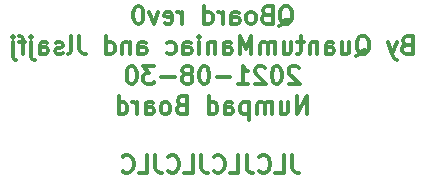
<source format=gbo>
G04 #@! TF.GenerationSoftware,KiCad,Pcbnew,(5.1.5)-3*
G04 #@! TF.CreationDate,2021-09-09T23:23:36-04:00*
G04 #@! TF.ProjectId,numpad_pcb,6e756d70-6164-45f7-9063-622e6b696361,rev?*
G04 #@! TF.SameCoordinates,Original*
G04 #@! TF.FileFunction,Legend,Bot*
G04 #@! TF.FilePolarity,Positive*
%FSLAX46Y46*%
G04 Gerber Fmt 4.6, Leading zero omitted, Abs format (unit mm)*
G04 Created by KiCad (PCBNEW (5.1.5)-3) date 2021-09-09 23:23:36*
%MOMM*%
%LPD*%
G04 APERTURE LIST*
%ADD10C,0.300000*%
%ADD11C,4.502000*%
%ADD12C,1.852000*%
%ADD13R,2.007000X2.007000*%
%ADD14C,2.007000*%
%ADD15C,2.352000*%
%ADD16C,4.089800*%
%ADD17O,1.702000X1.702000*%
%ADD18R,1.702000X1.702000*%
%ADD19O,1.502000X1.502000*%
%ADD20C,1.502000*%
%ADD21C,3.150000*%
%ADD22O,1.802000X1.802000*%
%ADD23R,1.802000X1.802000*%
%ADD24C,1.902000*%
%ADD25R,1.902000X1.902000*%
G04 APERTURE END LIST*
D10*
X125928571Y-83578571D02*
X125928571Y-84650000D01*
X126000000Y-84864285D01*
X126142857Y-85007142D01*
X126357142Y-85078571D01*
X126500000Y-85078571D01*
X124500000Y-85078571D02*
X125214285Y-85078571D01*
X125214285Y-83578571D01*
X123142857Y-84935714D02*
X123214285Y-85007142D01*
X123428571Y-85078571D01*
X123571428Y-85078571D01*
X123785714Y-85007142D01*
X123928571Y-84864285D01*
X124000000Y-84721428D01*
X124071428Y-84435714D01*
X124071428Y-84221428D01*
X124000000Y-83935714D01*
X123928571Y-83792857D01*
X123785714Y-83650000D01*
X123571428Y-83578571D01*
X123428571Y-83578571D01*
X123214285Y-83650000D01*
X123142857Y-83721428D01*
X122071428Y-83578571D02*
X122071428Y-84650000D01*
X122142857Y-84864285D01*
X122285714Y-85007142D01*
X122500000Y-85078571D01*
X122642857Y-85078571D01*
X120642857Y-85078571D02*
X121357142Y-85078571D01*
X121357142Y-83578571D01*
X119285714Y-84935714D02*
X119357142Y-85007142D01*
X119571428Y-85078571D01*
X119714285Y-85078571D01*
X119928571Y-85007142D01*
X120071428Y-84864285D01*
X120142857Y-84721428D01*
X120214285Y-84435714D01*
X120214285Y-84221428D01*
X120142857Y-83935714D01*
X120071428Y-83792857D01*
X119928571Y-83650000D01*
X119714285Y-83578571D01*
X119571428Y-83578571D01*
X119357142Y-83650000D01*
X119285714Y-83721428D01*
X118214285Y-83578571D02*
X118214285Y-84650000D01*
X118285714Y-84864285D01*
X118428571Y-85007142D01*
X118642857Y-85078571D01*
X118785714Y-85078571D01*
X116785714Y-85078571D02*
X117500000Y-85078571D01*
X117500000Y-83578571D01*
X115428571Y-84935714D02*
X115500000Y-85007142D01*
X115714285Y-85078571D01*
X115857142Y-85078571D01*
X116071428Y-85007142D01*
X116214285Y-84864285D01*
X116285714Y-84721428D01*
X116357142Y-84435714D01*
X116357142Y-84221428D01*
X116285714Y-83935714D01*
X116214285Y-83792857D01*
X116071428Y-83650000D01*
X115857142Y-83578571D01*
X115714285Y-83578571D01*
X115500000Y-83650000D01*
X115428571Y-83721428D01*
X114357142Y-83578571D02*
X114357142Y-84650000D01*
X114428571Y-84864285D01*
X114571428Y-85007142D01*
X114785714Y-85078571D01*
X114928571Y-85078571D01*
X112928571Y-85078571D02*
X113642857Y-85078571D01*
X113642857Y-83578571D01*
X111571428Y-84935714D02*
X111642857Y-85007142D01*
X111857142Y-85078571D01*
X112000000Y-85078571D01*
X112214285Y-85007142D01*
X112357142Y-84864285D01*
X112428571Y-84721428D01*
X112500000Y-84435714D01*
X112500000Y-84221428D01*
X112428571Y-83935714D01*
X112357142Y-83792857D01*
X112214285Y-83650000D01*
X112000000Y-83578571D01*
X111857142Y-83578571D01*
X111642857Y-83650000D01*
X111571428Y-83721428D01*
X124842857Y-72596428D02*
X124985714Y-72525000D01*
X125128571Y-72382142D01*
X125342857Y-72167857D01*
X125485714Y-72096428D01*
X125628571Y-72096428D01*
X125557142Y-72453571D02*
X125700000Y-72382142D01*
X125842857Y-72239285D01*
X125914285Y-71953571D01*
X125914285Y-71453571D01*
X125842857Y-71167857D01*
X125700000Y-71025000D01*
X125557142Y-70953571D01*
X125271428Y-70953571D01*
X125128571Y-71025000D01*
X124985714Y-71167857D01*
X124914285Y-71453571D01*
X124914285Y-71953571D01*
X124985714Y-72239285D01*
X125128571Y-72382142D01*
X125271428Y-72453571D01*
X125557142Y-72453571D01*
X123771428Y-71667857D02*
X123557142Y-71739285D01*
X123485714Y-71810714D01*
X123414285Y-71953571D01*
X123414285Y-72167857D01*
X123485714Y-72310714D01*
X123557142Y-72382142D01*
X123700000Y-72453571D01*
X124271428Y-72453571D01*
X124271428Y-70953571D01*
X123771428Y-70953571D01*
X123628571Y-71025000D01*
X123557142Y-71096428D01*
X123485714Y-71239285D01*
X123485714Y-71382142D01*
X123557142Y-71525000D01*
X123628571Y-71596428D01*
X123771428Y-71667857D01*
X124271428Y-71667857D01*
X122557142Y-72453571D02*
X122700000Y-72382142D01*
X122771428Y-72310714D01*
X122842857Y-72167857D01*
X122842857Y-71739285D01*
X122771428Y-71596428D01*
X122700000Y-71525000D01*
X122557142Y-71453571D01*
X122342857Y-71453571D01*
X122200000Y-71525000D01*
X122128571Y-71596428D01*
X122057142Y-71739285D01*
X122057142Y-72167857D01*
X122128571Y-72310714D01*
X122200000Y-72382142D01*
X122342857Y-72453571D01*
X122557142Y-72453571D01*
X120771428Y-72453571D02*
X120771428Y-71667857D01*
X120842857Y-71525000D01*
X120985714Y-71453571D01*
X121271428Y-71453571D01*
X121414285Y-71525000D01*
X120771428Y-72382142D02*
X120914285Y-72453571D01*
X121271428Y-72453571D01*
X121414285Y-72382142D01*
X121485714Y-72239285D01*
X121485714Y-72096428D01*
X121414285Y-71953571D01*
X121271428Y-71882142D01*
X120914285Y-71882142D01*
X120771428Y-71810714D01*
X120057142Y-72453571D02*
X120057142Y-71453571D01*
X120057142Y-71739285D02*
X119985714Y-71596428D01*
X119914285Y-71525000D01*
X119771428Y-71453571D01*
X119628571Y-71453571D01*
X118485714Y-72453571D02*
X118485714Y-70953571D01*
X118485714Y-72382142D02*
X118628571Y-72453571D01*
X118914285Y-72453571D01*
X119057142Y-72382142D01*
X119128571Y-72310714D01*
X119200000Y-72167857D01*
X119200000Y-71739285D01*
X119128571Y-71596428D01*
X119057142Y-71525000D01*
X118914285Y-71453571D01*
X118628571Y-71453571D01*
X118485714Y-71525000D01*
X116628571Y-72453571D02*
X116628571Y-71453571D01*
X116628571Y-71739285D02*
X116557142Y-71596428D01*
X116485714Y-71525000D01*
X116342857Y-71453571D01*
X116200000Y-71453571D01*
X115128571Y-72382142D02*
X115271428Y-72453571D01*
X115557142Y-72453571D01*
X115700000Y-72382142D01*
X115771428Y-72239285D01*
X115771428Y-71667857D01*
X115700000Y-71525000D01*
X115557142Y-71453571D01*
X115271428Y-71453571D01*
X115128571Y-71525000D01*
X115057142Y-71667857D01*
X115057142Y-71810714D01*
X115771428Y-71953571D01*
X114557142Y-71453571D02*
X114200000Y-72453571D01*
X113842857Y-71453571D01*
X112985714Y-70953571D02*
X112842857Y-70953571D01*
X112700000Y-71025000D01*
X112628571Y-71096428D01*
X112557142Y-71239285D01*
X112485714Y-71525000D01*
X112485714Y-71882142D01*
X112557142Y-72167857D01*
X112628571Y-72310714D01*
X112700000Y-72382142D01*
X112842857Y-72453571D01*
X112985714Y-72453571D01*
X113128571Y-72382142D01*
X113200000Y-72310714D01*
X113271428Y-72167857D01*
X113342857Y-71882142D01*
X113342857Y-71525000D01*
X113271428Y-71239285D01*
X113200000Y-71096428D01*
X113128571Y-71025000D01*
X112985714Y-70953571D01*
X135628571Y-74217857D02*
X135414285Y-74289285D01*
X135342857Y-74360714D01*
X135271428Y-74503571D01*
X135271428Y-74717857D01*
X135342857Y-74860714D01*
X135414285Y-74932142D01*
X135557142Y-75003571D01*
X136128571Y-75003571D01*
X136128571Y-73503571D01*
X135628571Y-73503571D01*
X135485714Y-73575000D01*
X135414285Y-73646428D01*
X135342857Y-73789285D01*
X135342857Y-73932142D01*
X135414285Y-74075000D01*
X135485714Y-74146428D01*
X135628571Y-74217857D01*
X136128571Y-74217857D01*
X134771428Y-74003571D02*
X134414285Y-75003571D01*
X134057142Y-74003571D02*
X134414285Y-75003571D01*
X134557142Y-75360714D01*
X134628571Y-75432142D01*
X134771428Y-75503571D01*
X131342857Y-75146428D02*
X131485714Y-75075000D01*
X131628571Y-74932142D01*
X131842857Y-74717857D01*
X131985714Y-74646428D01*
X132128571Y-74646428D01*
X132057142Y-75003571D02*
X132200000Y-74932142D01*
X132342857Y-74789285D01*
X132414285Y-74503571D01*
X132414285Y-74003571D01*
X132342857Y-73717857D01*
X132200000Y-73575000D01*
X132057142Y-73503571D01*
X131771428Y-73503571D01*
X131628571Y-73575000D01*
X131485714Y-73717857D01*
X131414285Y-74003571D01*
X131414285Y-74503571D01*
X131485714Y-74789285D01*
X131628571Y-74932142D01*
X131771428Y-75003571D01*
X132057142Y-75003571D01*
X130128571Y-74003571D02*
X130128571Y-75003571D01*
X130771428Y-74003571D02*
X130771428Y-74789285D01*
X130700000Y-74932142D01*
X130557142Y-75003571D01*
X130342857Y-75003571D01*
X130200000Y-74932142D01*
X130128571Y-74860714D01*
X128771428Y-75003571D02*
X128771428Y-74217857D01*
X128842857Y-74075000D01*
X128985714Y-74003571D01*
X129271428Y-74003571D01*
X129414285Y-74075000D01*
X128771428Y-74932142D02*
X128914285Y-75003571D01*
X129271428Y-75003571D01*
X129414285Y-74932142D01*
X129485714Y-74789285D01*
X129485714Y-74646428D01*
X129414285Y-74503571D01*
X129271428Y-74432142D01*
X128914285Y-74432142D01*
X128771428Y-74360714D01*
X128057142Y-74003571D02*
X128057142Y-75003571D01*
X128057142Y-74146428D02*
X127985714Y-74075000D01*
X127842857Y-74003571D01*
X127628571Y-74003571D01*
X127485714Y-74075000D01*
X127414285Y-74217857D01*
X127414285Y-75003571D01*
X126914285Y-74003571D02*
X126342857Y-74003571D01*
X126700000Y-73503571D02*
X126700000Y-74789285D01*
X126628571Y-74932142D01*
X126485714Y-75003571D01*
X126342857Y-75003571D01*
X125200000Y-74003571D02*
X125200000Y-75003571D01*
X125842857Y-74003571D02*
X125842857Y-74789285D01*
X125771428Y-74932142D01*
X125628571Y-75003571D01*
X125414285Y-75003571D01*
X125271428Y-74932142D01*
X125200000Y-74860714D01*
X124485714Y-75003571D02*
X124485714Y-74003571D01*
X124485714Y-74146428D02*
X124414285Y-74075000D01*
X124271428Y-74003571D01*
X124057142Y-74003571D01*
X123914285Y-74075000D01*
X123842857Y-74217857D01*
X123842857Y-75003571D01*
X123842857Y-74217857D02*
X123771428Y-74075000D01*
X123628571Y-74003571D01*
X123414285Y-74003571D01*
X123271428Y-74075000D01*
X123200000Y-74217857D01*
X123200000Y-75003571D01*
X122485714Y-75003571D02*
X122485714Y-73503571D01*
X121985714Y-74575000D01*
X121485714Y-73503571D01*
X121485714Y-75003571D01*
X120128571Y-75003571D02*
X120128571Y-74217857D01*
X120200000Y-74075000D01*
X120342857Y-74003571D01*
X120628571Y-74003571D01*
X120771428Y-74075000D01*
X120128571Y-74932142D02*
X120271428Y-75003571D01*
X120628571Y-75003571D01*
X120771428Y-74932142D01*
X120842857Y-74789285D01*
X120842857Y-74646428D01*
X120771428Y-74503571D01*
X120628571Y-74432142D01*
X120271428Y-74432142D01*
X120128571Y-74360714D01*
X119414285Y-74003571D02*
X119414285Y-75003571D01*
X119414285Y-74146428D02*
X119342857Y-74075000D01*
X119200000Y-74003571D01*
X118985714Y-74003571D01*
X118842857Y-74075000D01*
X118771428Y-74217857D01*
X118771428Y-75003571D01*
X118057142Y-75003571D02*
X118057142Y-74003571D01*
X118057142Y-73503571D02*
X118128571Y-73575000D01*
X118057142Y-73646428D01*
X117985714Y-73575000D01*
X118057142Y-73503571D01*
X118057142Y-73646428D01*
X116700000Y-75003571D02*
X116700000Y-74217857D01*
X116771428Y-74075000D01*
X116914285Y-74003571D01*
X117200000Y-74003571D01*
X117342857Y-74075000D01*
X116700000Y-74932142D02*
X116842857Y-75003571D01*
X117200000Y-75003571D01*
X117342857Y-74932142D01*
X117414285Y-74789285D01*
X117414285Y-74646428D01*
X117342857Y-74503571D01*
X117200000Y-74432142D01*
X116842857Y-74432142D01*
X116700000Y-74360714D01*
X115342857Y-74932142D02*
X115485714Y-75003571D01*
X115771428Y-75003571D01*
X115914285Y-74932142D01*
X115985714Y-74860714D01*
X116057142Y-74717857D01*
X116057142Y-74289285D01*
X115985714Y-74146428D01*
X115914285Y-74075000D01*
X115771428Y-74003571D01*
X115485714Y-74003571D01*
X115342857Y-74075000D01*
X112914285Y-75003571D02*
X112914285Y-74217857D01*
X112985714Y-74075000D01*
X113128571Y-74003571D01*
X113414285Y-74003571D01*
X113557142Y-74075000D01*
X112914285Y-74932142D02*
X113057142Y-75003571D01*
X113414285Y-75003571D01*
X113557142Y-74932142D01*
X113628571Y-74789285D01*
X113628571Y-74646428D01*
X113557142Y-74503571D01*
X113414285Y-74432142D01*
X113057142Y-74432142D01*
X112914285Y-74360714D01*
X112200000Y-74003571D02*
X112200000Y-75003571D01*
X112200000Y-74146428D02*
X112128571Y-74075000D01*
X111985714Y-74003571D01*
X111771428Y-74003571D01*
X111628571Y-74075000D01*
X111557142Y-74217857D01*
X111557142Y-75003571D01*
X110200000Y-75003571D02*
X110200000Y-73503571D01*
X110200000Y-74932142D02*
X110342857Y-75003571D01*
X110628571Y-75003571D01*
X110771428Y-74932142D01*
X110842857Y-74860714D01*
X110914285Y-74717857D01*
X110914285Y-74289285D01*
X110842857Y-74146428D01*
X110771428Y-74075000D01*
X110628571Y-74003571D01*
X110342857Y-74003571D01*
X110200000Y-74075000D01*
X107914285Y-73503571D02*
X107914285Y-74575000D01*
X107985714Y-74789285D01*
X108128571Y-74932142D01*
X108342857Y-75003571D01*
X108485714Y-75003571D01*
X106985714Y-75003571D02*
X107128571Y-74932142D01*
X107200000Y-74789285D01*
X107200000Y-73503571D01*
X106485714Y-74932142D02*
X106342857Y-75003571D01*
X106057142Y-75003571D01*
X105914285Y-74932142D01*
X105842857Y-74789285D01*
X105842857Y-74717857D01*
X105914285Y-74575000D01*
X106057142Y-74503571D01*
X106271428Y-74503571D01*
X106414285Y-74432142D01*
X106485714Y-74289285D01*
X106485714Y-74217857D01*
X106414285Y-74075000D01*
X106271428Y-74003571D01*
X106057142Y-74003571D01*
X105914285Y-74075000D01*
X104557142Y-75003571D02*
X104557142Y-74217857D01*
X104628571Y-74075000D01*
X104771428Y-74003571D01*
X105057142Y-74003571D01*
X105200000Y-74075000D01*
X104557142Y-74932142D02*
X104700000Y-75003571D01*
X105057142Y-75003571D01*
X105200000Y-74932142D01*
X105271428Y-74789285D01*
X105271428Y-74646428D01*
X105200000Y-74503571D01*
X105057142Y-74432142D01*
X104700000Y-74432142D01*
X104557142Y-74360714D01*
X103842857Y-74003571D02*
X103842857Y-75289285D01*
X103914285Y-75432142D01*
X104057142Y-75503571D01*
X104128571Y-75503571D01*
X103842857Y-73503571D02*
X103914285Y-73575000D01*
X103842857Y-73646428D01*
X103771428Y-73575000D01*
X103842857Y-73503571D01*
X103842857Y-73646428D01*
X103342857Y-74003571D02*
X102771428Y-74003571D01*
X103128571Y-75003571D02*
X103128571Y-73717857D01*
X103057142Y-73575000D01*
X102914285Y-73503571D01*
X102771428Y-73503571D01*
X102271428Y-74003571D02*
X102271428Y-75289285D01*
X102342857Y-75432142D01*
X102485714Y-75503571D01*
X102557142Y-75503571D01*
X102271428Y-73503571D02*
X102342857Y-73575000D01*
X102271428Y-73646428D01*
X102200000Y-73575000D01*
X102271428Y-73503571D01*
X102271428Y-73646428D01*
X126485714Y-76196428D02*
X126414285Y-76125000D01*
X126271428Y-76053571D01*
X125914285Y-76053571D01*
X125771428Y-76125000D01*
X125700000Y-76196428D01*
X125628571Y-76339285D01*
X125628571Y-76482142D01*
X125700000Y-76696428D01*
X126557142Y-77553571D01*
X125628571Y-77553571D01*
X124700000Y-76053571D02*
X124557142Y-76053571D01*
X124414285Y-76125000D01*
X124342857Y-76196428D01*
X124271428Y-76339285D01*
X124200000Y-76625000D01*
X124200000Y-76982142D01*
X124271428Y-77267857D01*
X124342857Y-77410714D01*
X124414285Y-77482142D01*
X124557142Y-77553571D01*
X124700000Y-77553571D01*
X124842857Y-77482142D01*
X124914285Y-77410714D01*
X124985714Y-77267857D01*
X125057142Y-76982142D01*
X125057142Y-76625000D01*
X124985714Y-76339285D01*
X124914285Y-76196428D01*
X124842857Y-76125000D01*
X124700000Y-76053571D01*
X123628571Y-76196428D02*
X123557142Y-76125000D01*
X123414285Y-76053571D01*
X123057142Y-76053571D01*
X122914285Y-76125000D01*
X122842857Y-76196428D01*
X122771428Y-76339285D01*
X122771428Y-76482142D01*
X122842857Y-76696428D01*
X123700000Y-77553571D01*
X122771428Y-77553571D01*
X121342857Y-77553571D02*
X122200000Y-77553571D01*
X121771428Y-77553571D02*
X121771428Y-76053571D01*
X121914285Y-76267857D01*
X122057142Y-76410714D01*
X122200000Y-76482142D01*
X120700000Y-76982142D02*
X119557142Y-76982142D01*
X118557142Y-76053571D02*
X118414285Y-76053571D01*
X118271428Y-76125000D01*
X118200000Y-76196428D01*
X118128571Y-76339285D01*
X118057142Y-76625000D01*
X118057142Y-76982142D01*
X118128571Y-77267857D01*
X118200000Y-77410714D01*
X118271428Y-77482142D01*
X118414285Y-77553571D01*
X118557142Y-77553571D01*
X118700000Y-77482142D01*
X118771428Y-77410714D01*
X118842857Y-77267857D01*
X118914285Y-76982142D01*
X118914285Y-76625000D01*
X118842857Y-76339285D01*
X118771428Y-76196428D01*
X118700000Y-76125000D01*
X118557142Y-76053571D01*
X117200000Y-76696428D02*
X117342857Y-76625000D01*
X117414285Y-76553571D01*
X117485714Y-76410714D01*
X117485714Y-76339285D01*
X117414285Y-76196428D01*
X117342857Y-76125000D01*
X117200000Y-76053571D01*
X116914285Y-76053571D01*
X116771428Y-76125000D01*
X116700000Y-76196428D01*
X116628571Y-76339285D01*
X116628571Y-76410714D01*
X116700000Y-76553571D01*
X116771428Y-76625000D01*
X116914285Y-76696428D01*
X117200000Y-76696428D01*
X117342857Y-76767857D01*
X117414285Y-76839285D01*
X117485714Y-76982142D01*
X117485714Y-77267857D01*
X117414285Y-77410714D01*
X117342857Y-77482142D01*
X117200000Y-77553571D01*
X116914285Y-77553571D01*
X116771428Y-77482142D01*
X116700000Y-77410714D01*
X116628571Y-77267857D01*
X116628571Y-76982142D01*
X116700000Y-76839285D01*
X116771428Y-76767857D01*
X116914285Y-76696428D01*
X115985714Y-76982142D02*
X114842857Y-76982142D01*
X114271428Y-76053571D02*
X113342857Y-76053571D01*
X113842857Y-76625000D01*
X113628571Y-76625000D01*
X113485714Y-76696428D01*
X113414285Y-76767857D01*
X113342857Y-76910714D01*
X113342857Y-77267857D01*
X113414285Y-77410714D01*
X113485714Y-77482142D01*
X113628571Y-77553571D01*
X114057142Y-77553571D01*
X114200000Y-77482142D01*
X114271428Y-77410714D01*
X112414285Y-76053571D02*
X112271428Y-76053571D01*
X112128571Y-76125000D01*
X112057142Y-76196428D01*
X111985714Y-76339285D01*
X111914285Y-76625000D01*
X111914285Y-76982142D01*
X111985714Y-77267857D01*
X112057142Y-77410714D01*
X112128571Y-77482142D01*
X112271428Y-77553571D01*
X112414285Y-77553571D01*
X112557142Y-77482142D01*
X112628571Y-77410714D01*
X112700000Y-77267857D01*
X112771428Y-76982142D01*
X112771428Y-76625000D01*
X112700000Y-76339285D01*
X112628571Y-76196428D01*
X112557142Y-76125000D01*
X112414285Y-76053571D01*
X127164285Y-80103571D02*
X127164285Y-78603571D01*
X126307142Y-80103571D01*
X126307142Y-78603571D01*
X124950000Y-79103571D02*
X124950000Y-80103571D01*
X125592857Y-79103571D02*
X125592857Y-79889285D01*
X125521428Y-80032142D01*
X125378571Y-80103571D01*
X125164285Y-80103571D01*
X125021428Y-80032142D01*
X124950000Y-79960714D01*
X124235714Y-80103571D02*
X124235714Y-79103571D01*
X124235714Y-79246428D02*
X124164285Y-79175000D01*
X124021428Y-79103571D01*
X123807142Y-79103571D01*
X123664285Y-79175000D01*
X123592857Y-79317857D01*
X123592857Y-80103571D01*
X123592857Y-79317857D02*
X123521428Y-79175000D01*
X123378571Y-79103571D01*
X123164285Y-79103571D01*
X123021428Y-79175000D01*
X122950000Y-79317857D01*
X122950000Y-80103571D01*
X122235714Y-79103571D02*
X122235714Y-80603571D01*
X122235714Y-79175000D02*
X122092857Y-79103571D01*
X121807142Y-79103571D01*
X121664285Y-79175000D01*
X121592857Y-79246428D01*
X121521428Y-79389285D01*
X121521428Y-79817857D01*
X121592857Y-79960714D01*
X121664285Y-80032142D01*
X121807142Y-80103571D01*
X122092857Y-80103571D01*
X122235714Y-80032142D01*
X120235714Y-80103571D02*
X120235714Y-79317857D01*
X120307142Y-79175000D01*
X120450000Y-79103571D01*
X120735714Y-79103571D01*
X120878571Y-79175000D01*
X120235714Y-80032142D02*
X120378571Y-80103571D01*
X120735714Y-80103571D01*
X120878571Y-80032142D01*
X120950000Y-79889285D01*
X120950000Y-79746428D01*
X120878571Y-79603571D01*
X120735714Y-79532142D01*
X120378571Y-79532142D01*
X120235714Y-79460714D01*
X118878571Y-80103571D02*
X118878571Y-78603571D01*
X118878571Y-80032142D02*
X119021428Y-80103571D01*
X119307142Y-80103571D01*
X119450000Y-80032142D01*
X119521428Y-79960714D01*
X119592857Y-79817857D01*
X119592857Y-79389285D01*
X119521428Y-79246428D01*
X119450000Y-79175000D01*
X119307142Y-79103571D01*
X119021428Y-79103571D01*
X118878571Y-79175000D01*
X116521428Y-79317857D02*
X116307142Y-79389285D01*
X116235714Y-79460714D01*
X116164285Y-79603571D01*
X116164285Y-79817857D01*
X116235714Y-79960714D01*
X116307142Y-80032142D01*
X116450000Y-80103571D01*
X117021428Y-80103571D01*
X117021428Y-78603571D01*
X116521428Y-78603571D01*
X116378571Y-78675000D01*
X116307142Y-78746428D01*
X116235714Y-78889285D01*
X116235714Y-79032142D01*
X116307142Y-79175000D01*
X116378571Y-79246428D01*
X116521428Y-79317857D01*
X117021428Y-79317857D01*
X115307142Y-80103571D02*
X115450000Y-80032142D01*
X115521428Y-79960714D01*
X115592857Y-79817857D01*
X115592857Y-79389285D01*
X115521428Y-79246428D01*
X115450000Y-79175000D01*
X115307142Y-79103571D01*
X115092857Y-79103571D01*
X114950000Y-79175000D01*
X114878571Y-79246428D01*
X114807142Y-79389285D01*
X114807142Y-79817857D01*
X114878571Y-79960714D01*
X114950000Y-80032142D01*
X115092857Y-80103571D01*
X115307142Y-80103571D01*
X113521428Y-80103571D02*
X113521428Y-79317857D01*
X113592857Y-79175000D01*
X113735714Y-79103571D01*
X114021428Y-79103571D01*
X114164285Y-79175000D01*
X113521428Y-80032142D02*
X113664285Y-80103571D01*
X114021428Y-80103571D01*
X114164285Y-80032142D01*
X114235714Y-79889285D01*
X114235714Y-79746428D01*
X114164285Y-79603571D01*
X114021428Y-79532142D01*
X113664285Y-79532142D01*
X113521428Y-79460714D01*
X112807142Y-80103571D02*
X112807142Y-79103571D01*
X112807142Y-79389285D02*
X112735714Y-79246428D01*
X112664285Y-79175000D01*
X112521428Y-79103571D01*
X112378571Y-79103571D01*
X111235714Y-80103571D02*
X111235714Y-78603571D01*
X111235714Y-80032142D02*
X111378571Y-80103571D01*
X111664285Y-80103571D01*
X111807142Y-80032142D01*
X111878571Y-79960714D01*
X111950000Y-79817857D01*
X111950000Y-79389285D01*
X111878571Y-79246428D01*
X111807142Y-79175000D01*
X111664285Y-79103571D01*
X111378571Y-79103571D01*
X111235714Y-79175000D01*
%LPC*%
D11*
X140550000Y-86975000D03*
D12*
X102030000Y-100500000D03*
X91870000Y-100500000D03*
D13*
X98220000Y-105580000D03*
D14*
X95680000Y-105580000D03*
D15*
X93140000Y-97960000D03*
D16*
X96950000Y-100500000D03*
D15*
X99490000Y-95420000D03*
D17*
X131700000Y-70420000D03*
D18*
X131700000Y-62800000D03*
D17*
X126700000Y-66420000D03*
D18*
X126700000Y-58800000D03*
D17*
X124200000Y-64420000D03*
D18*
X124200000Y-56800000D03*
D17*
X134200000Y-62420000D03*
D18*
X134200000Y-54800000D03*
D17*
X109200000Y-70420000D03*
D18*
X109200000Y-62800000D03*
D17*
X129200000Y-68420000D03*
D18*
X129200000Y-60800000D03*
D17*
X104200000Y-66420000D03*
D18*
X104200000Y-58800000D03*
D17*
X114200000Y-64420000D03*
D18*
X114200000Y-56800000D03*
D17*
X99200000Y-62420000D03*
D18*
X99200000Y-54800000D03*
D17*
X106700000Y-68420000D03*
D18*
X106700000Y-60800000D03*
D17*
X139200000Y-66420000D03*
D18*
X139200000Y-58800000D03*
D17*
X121700000Y-62420000D03*
D18*
X121700000Y-54800000D03*
D17*
X101700000Y-64420000D03*
D18*
X101700000Y-56800000D03*
D17*
X111700000Y-62420000D03*
D18*
X111700000Y-54800000D03*
D17*
X136700000Y-64420000D03*
D18*
X136700000Y-56800000D03*
D17*
X116700000Y-66420000D03*
D18*
X116700000Y-58800000D03*
D17*
X119200000Y-68420000D03*
D18*
X119200000Y-60800000D03*
D19*
X78200000Y-37580000D03*
D20*
X78200000Y-45200000D03*
D11*
X67525000Y-30000000D03*
X68400000Y-129100000D03*
X87500000Y-167100000D03*
X135000000Y-148100000D03*
X67525000Y-86975000D03*
X140550000Y-30000000D03*
D19*
X131700000Y-37800000D03*
D20*
X131700000Y-45420000D03*
D19*
X109200000Y-37800000D03*
D20*
X109200000Y-45420000D03*
D19*
X139200000Y-37800000D03*
D20*
X139200000Y-45420000D03*
D19*
X129200000Y-35800000D03*
D20*
X129200000Y-43420000D03*
D19*
X119200000Y-39800000D03*
D20*
X119200000Y-47420000D03*
D19*
X106700000Y-35800000D03*
D20*
X106700000Y-43420000D03*
D19*
X126700000Y-39800000D03*
D20*
X126700000Y-47420000D03*
D19*
X116700000Y-37800000D03*
D20*
X116700000Y-45420000D03*
D19*
X99200000Y-35800000D03*
D20*
X99200000Y-43420000D03*
D19*
X104200000Y-39800000D03*
D20*
X104200000Y-47420000D03*
D19*
X136700000Y-35800000D03*
D20*
X136700000Y-43420000D03*
D19*
X124200000Y-37800000D03*
D20*
X124200000Y-45420000D03*
D19*
X114200000Y-35800000D03*
D20*
X114200000Y-43420000D03*
D19*
X101700000Y-37800000D03*
D20*
X101700000Y-45420000D03*
D19*
X134200000Y-39800000D03*
D20*
X134200000Y-47420000D03*
D19*
X121700000Y-35800000D03*
D20*
X121700000Y-43420000D03*
D19*
X111700000Y-39800000D03*
D20*
X111700000Y-47420000D03*
D19*
X78200000Y-60570000D03*
D20*
X78200000Y-52950000D03*
D12*
X121030000Y-176750000D03*
X110870000Y-176750000D03*
D13*
X117220000Y-181830000D03*
D14*
X114680000Y-181830000D03*
D15*
X112140000Y-174210000D03*
D16*
X115950000Y-176750000D03*
D15*
X118490000Y-171670000D03*
D16*
X99338000Y-168495000D03*
X75462000Y-168495000D03*
D21*
X99338000Y-183735000D03*
X75462000Y-183735000D03*
D12*
X92480000Y-176750000D03*
X82320000Y-176750000D03*
D13*
X86130000Y-181830000D03*
D14*
X88670000Y-181830000D03*
D15*
X83590000Y-174210000D03*
D16*
X87400000Y-176750000D03*
D15*
X89940000Y-171670000D03*
D14*
X133780000Y-172280000D03*
D13*
X136320000Y-172280000D03*
D15*
X131240000Y-164660000D03*
D16*
X135050000Y-167200000D03*
D12*
X140130000Y-167200000D03*
D16*
X126795000Y-155262000D03*
D15*
X137590000Y-162120000D03*
D21*
X142035000Y-155262000D03*
D16*
X126795000Y-179138000D03*
D12*
X129970000Y-167200000D03*
D21*
X142035000Y-179138000D03*
D12*
X121080000Y-157700000D03*
X110920000Y-157700000D03*
D13*
X117270000Y-162780000D03*
D14*
X114730000Y-162780000D03*
D15*
X112190000Y-155160000D03*
D16*
X116000000Y-157700000D03*
D15*
X118540000Y-152620000D03*
D12*
X102030000Y-157700000D03*
X91870000Y-157700000D03*
D13*
X98220000Y-162780000D03*
D14*
X95680000Y-162780000D03*
D15*
X93140000Y-155160000D03*
D16*
X96950000Y-157700000D03*
D15*
X99490000Y-152620000D03*
D12*
X82980000Y-157700000D03*
X72820000Y-157700000D03*
D13*
X79170000Y-162780000D03*
D14*
X76630000Y-162780000D03*
D15*
X74090000Y-155160000D03*
D16*
X77900000Y-157700000D03*
D15*
X80440000Y-152620000D03*
D12*
X121080000Y-138600000D03*
X110920000Y-138600000D03*
D13*
X117270000Y-143680000D03*
D14*
X114730000Y-143680000D03*
D15*
X112190000Y-136060000D03*
D16*
X116000000Y-138600000D03*
D15*
X118540000Y-133520000D03*
D12*
X102030000Y-138600000D03*
X91870000Y-138600000D03*
D13*
X98220000Y-143680000D03*
D14*
X95680000Y-143680000D03*
D15*
X93140000Y-136060000D03*
D16*
X96950000Y-138600000D03*
D15*
X99490000Y-133520000D03*
D12*
X82980000Y-138600000D03*
X72820000Y-138600000D03*
D13*
X79170000Y-143680000D03*
D14*
X76630000Y-143680000D03*
D15*
X74090000Y-136060000D03*
D16*
X77900000Y-138600000D03*
D15*
X80440000Y-133520000D03*
D14*
X133780000Y-134180000D03*
D13*
X136320000Y-134180000D03*
D15*
X131240000Y-126560000D03*
D16*
X135050000Y-129100000D03*
D12*
X140130000Y-129100000D03*
D16*
X126795000Y-117162000D03*
D15*
X137590000Y-124020000D03*
D21*
X142035000Y-117162000D03*
D16*
X126795000Y-141038000D03*
D12*
X129970000Y-129100000D03*
D21*
X142035000Y-141038000D03*
D12*
X121080000Y-119550000D03*
X110920000Y-119550000D03*
D13*
X117270000Y-124630000D03*
D14*
X114730000Y-124630000D03*
D15*
X112190000Y-117010000D03*
D16*
X116000000Y-119550000D03*
D15*
X118540000Y-114470000D03*
D12*
X102030000Y-119550000D03*
X91870000Y-119550000D03*
D13*
X98220000Y-124630000D03*
D14*
X95680000Y-124630000D03*
D15*
X93140000Y-117010000D03*
D16*
X96950000Y-119550000D03*
D15*
X99490000Y-114470000D03*
D12*
X82980000Y-119550000D03*
X72820000Y-119550000D03*
D13*
X79170000Y-124630000D03*
D14*
X76630000Y-124630000D03*
D15*
X74090000Y-117010000D03*
D16*
X77900000Y-119550000D03*
D15*
X80440000Y-114470000D03*
D12*
X140130000Y-100500000D03*
X129970000Y-100500000D03*
D13*
X136320000Y-105580000D03*
D14*
X133780000Y-105580000D03*
D15*
X131240000Y-97960000D03*
D16*
X135050000Y-100500000D03*
D15*
X137590000Y-95420000D03*
D12*
X121080000Y-100500000D03*
X110920000Y-100500000D03*
D13*
X117270000Y-105580000D03*
D14*
X114730000Y-105580000D03*
D15*
X112190000Y-97960000D03*
D16*
X116000000Y-100500000D03*
D15*
X118540000Y-95420000D03*
D12*
X82960000Y-100500000D03*
X72800000Y-100500000D03*
D13*
X79150000Y-105580000D03*
D14*
X76610000Y-105580000D03*
D15*
X74070000Y-97960000D03*
D16*
X77880000Y-100500000D03*
D15*
X80420000Y-95420000D03*
D22*
X67360000Y-57880000D03*
X69900000Y-57880000D03*
X67360000Y-55340000D03*
X69900000Y-55340000D03*
X67360000Y-52800000D03*
X69900000Y-52800000D03*
X67360000Y-50260000D03*
X69900000Y-50260000D03*
X67360000Y-47720000D03*
X69900000Y-47720000D03*
X67360000Y-45180000D03*
X69900000Y-45180000D03*
X67360000Y-42640000D03*
X69900000Y-42640000D03*
X67360000Y-40100000D03*
D23*
X69900000Y-40100000D03*
D24*
X68000000Y-65200000D03*
D25*
X70540000Y-65200000D03*
D24*
X76885000Y-33600000D03*
D25*
X79425000Y-33600000D03*
M02*

</source>
